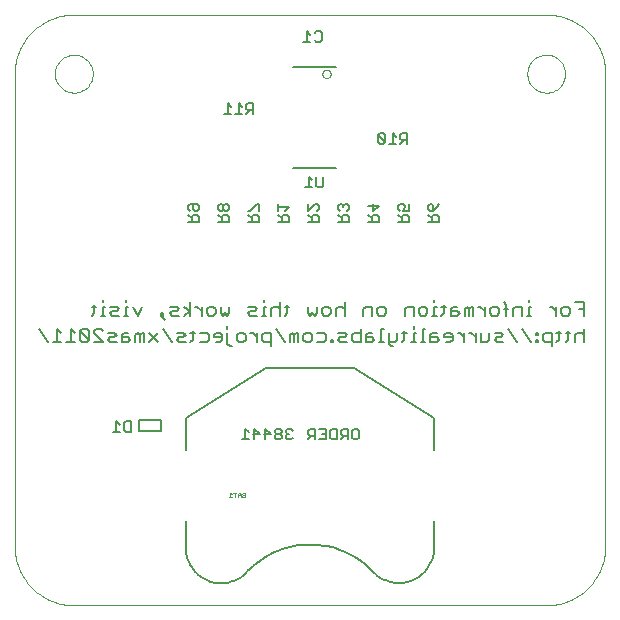
<source format=gbo>
G75*
G70*
%OFA0B0*%
%FSLAX24Y24*%
%IPPOS*%
%LPD*%
%AMOC8*
5,1,8,0,0,1.08239X$1,22.5*
%
%ADD10C,0.0000*%
%ADD11C,0.0050*%
%ADD12C,0.0060*%
%ADD13C,0.0080*%
%ADD14C,0.0010*%
%ADD15C,0.0020*%
D10*
X000655Y002624D02*
X000655Y018372D01*
X001994Y018372D02*
X001996Y018422D01*
X002002Y018472D01*
X002012Y018521D01*
X002026Y018569D01*
X002043Y018616D01*
X002064Y018661D01*
X002089Y018705D01*
X002117Y018746D01*
X002149Y018785D01*
X002183Y018822D01*
X002220Y018856D01*
X002260Y018886D01*
X002302Y018913D01*
X002346Y018937D01*
X002392Y018958D01*
X002439Y018974D01*
X002487Y018987D01*
X002537Y018996D01*
X002586Y019001D01*
X002637Y019002D01*
X002687Y018999D01*
X002736Y018992D01*
X002785Y018981D01*
X002833Y018966D01*
X002879Y018948D01*
X002924Y018926D01*
X002967Y018900D01*
X003008Y018871D01*
X003047Y018839D01*
X003083Y018804D01*
X003115Y018766D01*
X003145Y018726D01*
X003172Y018683D01*
X003195Y018639D01*
X003214Y018593D01*
X003230Y018545D01*
X003242Y018496D01*
X003250Y018447D01*
X003254Y018397D01*
X003254Y018347D01*
X003250Y018297D01*
X003242Y018248D01*
X003230Y018199D01*
X003214Y018151D01*
X003195Y018105D01*
X003172Y018061D01*
X003145Y018018D01*
X003115Y017978D01*
X003083Y017940D01*
X003047Y017905D01*
X003008Y017873D01*
X002967Y017844D01*
X002924Y017818D01*
X002879Y017796D01*
X002833Y017778D01*
X002785Y017763D01*
X002736Y017752D01*
X002687Y017745D01*
X002637Y017742D01*
X002586Y017743D01*
X002537Y017748D01*
X002487Y017757D01*
X002439Y017770D01*
X002392Y017786D01*
X002346Y017807D01*
X002302Y017831D01*
X002260Y017858D01*
X002220Y017888D01*
X002183Y017922D01*
X002149Y017959D01*
X002117Y017998D01*
X002089Y018039D01*
X002064Y018083D01*
X002043Y018128D01*
X002026Y018175D01*
X002012Y018223D01*
X002002Y018272D01*
X001996Y018322D01*
X001994Y018372D01*
X000655Y018372D02*
X000657Y018466D01*
X000664Y018559D01*
X000675Y018652D01*
X000691Y018745D01*
X000711Y018836D01*
X000735Y018927D01*
X000763Y019016D01*
X000796Y019104D01*
X000833Y019190D01*
X000874Y019274D01*
X000919Y019357D01*
X000968Y019437D01*
X001020Y019514D01*
X001076Y019589D01*
X001136Y019661D01*
X001199Y019731D01*
X001265Y019797D01*
X001335Y019860D01*
X001407Y019920D01*
X001482Y019976D01*
X001559Y020028D01*
X001639Y020077D01*
X001722Y020122D01*
X001806Y020163D01*
X001892Y020200D01*
X001980Y020233D01*
X002069Y020261D01*
X002160Y020285D01*
X002251Y020305D01*
X002344Y020321D01*
X002437Y020332D01*
X002530Y020339D01*
X002624Y020341D01*
X002624Y020340D02*
X018372Y020340D01*
X017742Y018372D02*
X017744Y018422D01*
X017750Y018472D01*
X017760Y018521D01*
X017774Y018569D01*
X017791Y018616D01*
X017812Y018661D01*
X017837Y018705D01*
X017865Y018746D01*
X017897Y018785D01*
X017931Y018822D01*
X017968Y018856D01*
X018008Y018886D01*
X018050Y018913D01*
X018094Y018937D01*
X018140Y018958D01*
X018187Y018974D01*
X018235Y018987D01*
X018285Y018996D01*
X018334Y019001D01*
X018385Y019002D01*
X018435Y018999D01*
X018484Y018992D01*
X018533Y018981D01*
X018581Y018966D01*
X018627Y018948D01*
X018672Y018926D01*
X018715Y018900D01*
X018756Y018871D01*
X018795Y018839D01*
X018831Y018804D01*
X018863Y018766D01*
X018893Y018726D01*
X018920Y018683D01*
X018943Y018639D01*
X018962Y018593D01*
X018978Y018545D01*
X018990Y018496D01*
X018998Y018447D01*
X019002Y018397D01*
X019002Y018347D01*
X018998Y018297D01*
X018990Y018248D01*
X018978Y018199D01*
X018962Y018151D01*
X018943Y018105D01*
X018920Y018061D01*
X018893Y018018D01*
X018863Y017978D01*
X018831Y017940D01*
X018795Y017905D01*
X018756Y017873D01*
X018715Y017844D01*
X018672Y017818D01*
X018627Y017796D01*
X018581Y017778D01*
X018533Y017763D01*
X018484Y017752D01*
X018435Y017745D01*
X018385Y017742D01*
X018334Y017743D01*
X018285Y017748D01*
X018235Y017757D01*
X018187Y017770D01*
X018140Y017786D01*
X018094Y017807D01*
X018050Y017831D01*
X018008Y017858D01*
X017968Y017888D01*
X017931Y017922D01*
X017897Y017959D01*
X017865Y017998D01*
X017837Y018039D01*
X017812Y018083D01*
X017791Y018128D01*
X017774Y018175D01*
X017760Y018223D01*
X017750Y018272D01*
X017744Y018322D01*
X017742Y018372D01*
X018372Y020341D02*
X018466Y020339D01*
X018559Y020332D01*
X018652Y020321D01*
X018745Y020305D01*
X018836Y020285D01*
X018927Y020261D01*
X019016Y020233D01*
X019104Y020200D01*
X019190Y020163D01*
X019274Y020122D01*
X019356Y020077D01*
X019437Y020028D01*
X019514Y019976D01*
X019589Y019920D01*
X019661Y019860D01*
X019731Y019797D01*
X019797Y019731D01*
X019860Y019661D01*
X019920Y019589D01*
X019976Y019514D01*
X020028Y019437D01*
X020077Y019356D01*
X020122Y019274D01*
X020163Y019190D01*
X020200Y019104D01*
X020233Y019016D01*
X020261Y018927D01*
X020285Y018836D01*
X020305Y018745D01*
X020321Y018652D01*
X020332Y018559D01*
X020339Y018466D01*
X020341Y018372D01*
X020340Y018372D02*
X020340Y002624D01*
X020341Y002624D02*
X020339Y002530D01*
X020332Y002437D01*
X020321Y002344D01*
X020305Y002251D01*
X020285Y002160D01*
X020261Y002069D01*
X020233Y001980D01*
X020200Y001892D01*
X020163Y001806D01*
X020122Y001722D01*
X020077Y001640D01*
X020028Y001559D01*
X019976Y001482D01*
X019920Y001407D01*
X019860Y001335D01*
X019797Y001265D01*
X019731Y001199D01*
X019661Y001136D01*
X019589Y001076D01*
X019514Y001020D01*
X019437Y000968D01*
X019357Y000919D01*
X019274Y000874D01*
X019190Y000833D01*
X019104Y000796D01*
X019016Y000763D01*
X018927Y000735D01*
X018836Y000711D01*
X018745Y000691D01*
X018652Y000675D01*
X018559Y000664D01*
X018466Y000657D01*
X018372Y000655D01*
X002624Y000655D01*
X002530Y000657D01*
X002437Y000664D01*
X002344Y000675D01*
X002251Y000691D01*
X002160Y000711D01*
X002069Y000735D01*
X001980Y000763D01*
X001892Y000796D01*
X001806Y000833D01*
X001722Y000874D01*
X001639Y000919D01*
X001559Y000968D01*
X001482Y001020D01*
X001407Y001076D01*
X001335Y001136D01*
X001265Y001199D01*
X001199Y001265D01*
X001136Y001335D01*
X001076Y001407D01*
X001020Y001482D01*
X000968Y001559D01*
X000919Y001640D01*
X000874Y001722D01*
X000833Y001806D01*
X000796Y001892D01*
X000763Y001980D01*
X000735Y002069D01*
X000711Y002160D01*
X000691Y002251D01*
X000675Y002344D01*
X000664Y002437D01*
X000657Y002530D01*
X000655Y002624D01*
D11*
X003922Y006442D02*
X004156Y006442D01*
X004039Y006442D02*
X004039Y006792D01*
X004156Y006675D01*
X004290Y006734D02*
X004290Y006500D01*
X004349Y006442D01*
X004524Y006442D01*
X004524Y006792D01*
X004349Y006792D01*
X004290Y006734D01*
X008214Y006180D02*
X008447Y006180D01*
X008330Y006180D02*
X008330Y006530D01*
X008447Y006414D01*
X008582Y006355D02*
X008815Y006355D01*
X008640Y006530D01*
X008640Y006180D01*
X008950Y006355D02*
X009184Y006355D01*
X009009Y006530D01*
X009009Y006180D01*
X009318Y006238D02*
X009318Y006297D01*
X009377Y006355D01*
X009494Y006355D01*
X009552Y006414D01*
X009552Y006472D01*
X009494Y006530D01*
X009377Y006530D01*
X009318Y006472D01*
X009318Y006414D01*
X009377Y006355D01*
X009494Y006355D02*
X009552Y006297D01*
X009552Y006238D01*
X009494Y006180D01*
X009377Y006180D01*
X009318Y006238D01*
X009687Y006238D02*
X009745Y006180D01*
X009862Y006180D01*
X009920Y006238D01*
X009804Y006355D02*
X009745Y006355D01*
X009687Y006297D01*
X009687Y006238D01*
X009745Y006355D02*
X009687Y006414D01*
X009687Y006472D01*
X009745Y006530D01*
X009862Y006530D01*
X009920Y006472D01*
X010423Y006472D02*
X010423Y006355D01*
X010482Y006297D01*
X010657Y006297D01*
X010540Y006297D02*
X010423Y006180D01*
X010657Y006180D02*
X010657Y006530D01*
X010482Y006530D01*
X010423Y006472D01*
X010792Y006530D02*
X011025Y006530D01*
X011025Y006180D01*
X010792Y006180D01*
X010908Y006355D02*
X011025Y006355D01*
X011160Y006238D02*
X011160Y006472D01*
X011218Y006530D01*
X011394Y006530D01*
X011394Y006180D01*
X011218Y006180D01*
X011160Y006238D01*
X011528Y006180D02*
X011645Y006297D01*
X011587Y006297D02*
X011762Y006297D01*
X011762Y006180D02*
X011762Y006530D01*
X011587Y006530D01*
X011528Y006472D01*
X011528Y006355D01*
X011587Y006297D01*
X011897Y006238D02*
X011897Y006472D01*
X011955Y006530D01*
X012072Y006530D01*
X012130Y006472D01*
X012130Y006238D01*
X012072Y006180D01*
X011955Y006180D01*
X011897Y006238D01*
X011780Y013430D02*
X011430Y013430D01*
X011547Y013430D02*
X011547Y013605D01*
X011605Y013664D01*
X011722Y013664D01*
X011780Y013605D01*
X011780Y013430D01*
X011547Y013547D02*
X011430Y013664D01*
X011488Y013798D02*
X011430Y013857D01*
X011430Y013974D01*
X011488Y014032D01*
X011547Y014032D01*
X011605Y013974D01*
X011605Y013915D01*
X011605Y013974D02*
X011664Y014032D01*
X011722Y014032D01*
X011780Y013974D01*
X011780Y013857D01*
X011722Y013798D01*
X012430Y013664D02*
X012547Y013547D01*
X012547Y013605D02*
X012547Y013430D01*
X012430Y013430D02*
X012780Y013430D01*
X012780Y013605D01*
X012722Y013664D01*
X012605Y013664D01*
X012547Y013605D01*
X012605Y013798D02*
X012605Y014032D01*
X012430Y013974D02*
X012780Y013974D01*
X012605Y013798D01*
X013430Y013857D02*
X013488Y013798D01*
X013430Y013857D02*
X013430Y013974D01*
X013488Y014032D01*
X013605Y014032D01*
X013664Y013974D01*
X013664Y013915D01*
X013605Y013798D01*
X013780Y013798D01*
X013780Y014032D01*
X013722Y013664D02*
X013605Y013664D01*
X013547Y013605D01*
X013547Y013430D01*
X013547Y013547D02*
X013430Y013664D01*
X013430Y013430D02*
X013780Y013430D01*
X013780Y013605D01*
X013722Y013664D01*
X014430Y013664D02*
X014547Y013547D01*
X014547Y013605D02*
X014547Y013430D01*
X014430Y013430D02*
X014780Y013430D01*
X014780Y013605D01*
X014722Y013664D01*
X014605Y013664D01*
X014547Y013605D01*
X014605Y013798D02*
X014488Y013798D01*
X014430Y013857D01*
X014430Y013974D01*
X014488Y014032D01*
X014547Y014032D01*
X014605Y013974D01*
X014605Y013798D01*
X014722Y013915D01*
X014780Y014032D01*
X013735Y016030D02*
X013735Y016380D01*
X013560Y016380D01*
X013502Y016322D01*
X013502Y016205D01*
X013560Y016147D01*
X013735Y016147D01*
X013618Y016147D02*
X013502Y016030D01*
X013367Y016030D02*
X013133Y016030D01*
X013250Y016030D02*
X013250Y016380D01*
X013367Y016264D01*
X012998Y016322D02*
X012998Y016088D01*
X012765Y016322D01*
X012765Y016088D01*
X012823Y016030D01*
X012940Y016030D01*
X012998Y016088D01*
X012998Y016322D02*
X012940Y016380D01*
X012823Y016380D01*
X012765Y016322D01*
X010942Y014930D02*
X010942Y014638D01*
X010883Y014580D01*
X010767Y014580D01*
X010708Y014638D01*
X010708Y014930D01*
X010573Y014814D02*
X010457Y014930D01*
X010457Y014580D01*
X010573Y014580D02*
X010340Y014580D01*
X010430Y014032D02*
X010430Y013798D01*
X010664Y014032D01*
X010722Y014032D01*
X010780Y013974D01*
X010780Y013857D01*
X010722Y013798D01*
X010722Y013664D02*
X010605Y013664D01*
X010547Y013605D01*
X010547Y013430D01*
X010547Y013547D02*
X010430Y013664D01*
X010430Y013430D02*
X010780Y013430D01*
X010780Y013605D01*
X010722Y013664D01*
X009780Y013605D02*
X009780Y013430D01*
X009430Y013430D01*
X009547Y013430D02*
X009547Y013605D01*
X009605Y013664D01*
X009722Y013664D01*
X009780Y013605D01*
X009664Y013798D02*
X009780Y013915D01*
X009430Y013915D01*
X009430Y013798D02*
X009430Y014032D01*
X009430Y013664D02*
X009547Y013547D01*
X008780Y013605D02*
X008780Y013430D01*
X008430Y013430D01*
X008547Y013430D02*
X008547Y013605D01*
X008605Y013664D01*
X008722Y013664D01*
X008780Y013605D01*
X008780Y013798D02*
X008780Y014032D01*
X008722Y014032D01*
X008488Y013798D01*
X008430Y013798D01*
X008430Y013664D02*
X008547Y013547D01*
X007780Y013605D02*
X007780Y013430D01*
X007430Y013430D01*
X007547Y013430D02*
X007547Y013605D01*
X007605Y013664D01*
X007722Y013664D01*
X007780Y013605D01*
X007722Y013798D02*
X007664Y013798D01*
X007605Y013857D01*
X007605Y013974D01*
X007547Y014032D01*
X007488Y014032D01*
X007430Y013974D01*
X007430Y013857D01*
X007488Y013798D01*
X007547Y013798D01*
X007605Y013857D01*
X007605Y013974D02*
X007664Y014032D01*
X007722Y014032D01*
X007780Y013974D01*
X007780Y013857D01*
X007722Y013798D01*
X007547Y013547D02*
X007430Y013664D01*
X006780Y013605D02*
X006780Y013430D01*
X006430Y013430D01*
X006547Y013430D02*
X006547Y013605D01*
X006605Y013664D01*
X006722Y013664D01*
X006780Y013605D01*
X006722Y013798D02*
X006664Y013798D01*
X006605Y013857D01*
X006605Y014032D01*
X006488Y014032D02*
X006722Y014032D01*
X006780Y013974D01*
X006780Y013857D01*
X006722Y013798D01*
X006488Y013798D02*
X006430Y013857D01*
X006430Y013974D01*
X006488Y014032D01*
X006430Y013664D02*
X006547Y013547D01*
X007640Y017030D02*
X007873Y017030D01*
X007757Y017030D02*
X007757Y017380D01*
X007873Y017264D01*
X008008Y017030D02*
X008242Y017030D01*
X008125Y017030D02*
X008125Y017380D01*
X008242Y017264D01*
X008377Y017322D02*
X008377Y017205D01*
X008435Y017147D01*
X008610Y017147D01*
X008493Y017147D02*
X008377Y017030D01*
X008610Y017030D02*
X008610Y017380D01*
X008435Y017380D01*
X008377Y017322D01*
X010278Y019430D02*
X010512Y019430D01*
X010395Y019430D02*
X010395Y019780D01*
X010512Y019664D01*
X010647Y019722D02*
X010705Y019780D01*
X010822Y019780D01*
X010880Y019722D01*
X010880Y019488D01*
X010822Y019430D01*
X010705Y019430D01*
X010647Y019488D01*
D12*
X009945Y018585D02*
X011365Y018585D01*
X011365Y015225D02*
X009945Y015225D01*
X008964Y010824D02*
X008964Y010750D01*
X008964Y010604D02*
X008964Y010310D01*
X009037Y010310D02*
X008890Y010310D01*
X008730Y010310D02*
X008510Y010310D01*
X008437Y010384D01*
X008510Y010457D01*
X008657Y010457D01*
X008730Y010530D01*
X008657Y010604D01*
X008437Y010604D01*
X008964Y010604D02*
X009037Y010604D01*
X009204Y010530D02*
X009204Y010310D01*
X009204Y010530D02*
X009277Y010604D01*
X009424Y010604D01*
X009497Y010530D01*
X009658Y010604D02*
X009804Y010604D01*
X009731Y010677D02*
X009731Y010384D01*
X009658Y010310D01*
X009497Y010310D02*
X009497Y010750D01*
X009357Y009875D02*
X009651Y009435D01*
X009818Y009435D02*
X009818Y009655D01*
X009891Y009729D01*
X009964Y009655D01*
X009964Y009435D01*
X010111Y009435D02*
X010111Y009729D01*
X010038Y009729D01*
X009964Y009655D01*
X010278Y009655D02*
X010278Y009509D01*
X010351Y009435D01*
X010498Y009435D01*
X010572Y009509D01*
X010572Y009655D01*
X010498Y009729D01*
X010351Y009729D01*
X010278Y009655D01*
X010738Y009729D02*
X010959Y009729D01*
X011032Y009655D01*
X011032Y009509D01*
X010959Y009435D01*
X010738Y009435D01*
X011189Y009435D02*
X011262Y009435D01*
X011262Y009509D01*
X011189Y009509D01*
X011189Y009435D01*
X011429Y009509D02*
X011502Y009582D01*
X011649Y009582D01*
X011722Y009655D01*
X011649Y009729D01*
X011429Y009729D01*
X011429Y009509D02*
X011502Y009435D01*
X011722Y009435D01*
X011889Y009509D02*
X011889Y009655D01*
X011963Y009729D01*
X012183Y009729D01*
X012183Y009875D02*
X012183Y009435D01*
X011963Y009435D01*
X011889Y009509D01*
X012350Y009582D02*
X012570Y009582D01*
X012643Y009509D01*
X012570Y009435D01*
X012350Y009435D01*
X012350Y009655D01*
X012423Y009729D01*
X012570Y009729D01*
X012877Y009875D02*
X012877Y009435D01*
X012950Y009435D02*
X012803Y009435D01*
X013117Y009435D02*
X013337Y009435D01*
X013410Y009509D01*
X013410Y009729D01*
X013571Y009729D02*
X013717Y009729D01*
X013644Y009802D02*
X013644Y009509D01*
X013571Y009435D01*
X013877Y009435D02*
X014024Y009435D01*
X013951Y009435D02*
X013951Y009729D01*
X014024Y009729D01*
X013951Y009875D02*
X013951Y009949D01*
X014258Y009875D02*
X014258Y009435D01*
X014331Y009435D02*
X014184Y009435D01*
X014498Y009435D02*
X014498Y009655D01*
X014571Y009729D01*
X014718Y009729D01*
X014718Y009582D02*
X014498Y009582D01*
X014498Y009435D02*
X014718Y009435D01*
X014791Y009509D01*
X014718Y009582D01*
X014958Y009582D02*
X015252Y009582D01*
X015252Y009655D02*
X015178Y009729D01*
X015032Y009729D01*
X014958Y009655D01*
X014958Y009582D01*
X015032Y009435D02*
X015178Y009435D01*
X015252Y009509D01*
X015252Y009655D01*
X015415Y009729D02*
X015489Y009729D01*
X015635Y009582D01*
X015635Y009435D02*
X015635Y009729D01*
X015799Y009729D02*
X015872Y009729D01*
X016019Y009582D01*
X016019Y009435D02*
X016019Y009729D01*
X016186Y009729D02*
X016186Y009435D01*
X016406Y009435D01*
X016479Y009509D01*
X016479Y009729D01*
X016646Y009729D02*
X016866Y009729D01*
X016940Y009655D01*
X016866Y009582D01*
X016720Y009582D01*
X016646Y009509D01*
X016720Y009435D01*
X016940Y009435D01*
X017400Y009435D02*
X017107Y009875D01*
X017020Y010310D02*
X017020Y010677D01*
X016946Y010750D01*
X016946Y010530D02*
X017093Y010530D01*
X017260Y010530D02*
X017260Y010310D01*
X017260Y010530D02*
X017333Y010604D01*
X017554Y010604D01*
X017554Y010310D01*
X017714Y010310D02*
X017860Y010310D01*
X017787Y010310D02*
X017787Y010604D01*
X017860Y010604D01*
X017787Y010750D02*
X017787Y010824D01*
X018484Y010604D02*
X018558Y010604D01*
X018704Y010457D01*
X018704Y010310D02*
X018704Y010604D01*
X018871Y010530D02*
X018871Y010384D01*
X018945Y010310D01*
X019091Y010310D01*
X019165Y010384D01*
X019165Y010530D01*
X019091Y010604D01*
X018945Y010604D01*
X018871Y010530D01*
X019332Y010750D02*
X019625Y010750D01*
X019625Y010310D01*
X019625Y010530D02*
X019478Y010530D01*
X019625Y009875D02*
X019625Y009435D01*
X019625Y009655D02*
X019552Y009729D01*
X019405Y009729D01*
X019332Y009655D01*
X019332Y009435D01*
X019091Y009509D02*
X019018Y009435D01*
X019091Y009509D02*
X019091Y009802D01*
X019165Y009729D02*
X019018Y009729D01*
X018858Y009729D02*
X018711Y009729D01*
X018784Y009802D02*
X018784Y009509D01*
X018711Y009435D01*
X018551Y009435D02*
X018331Y009435D01*
X018257Y009509D01*
X018257Y009655D01*
X018331Y009729D01*
X018551Y009729D01*
X018551Y009288D01*
X018091Y009435D02*
X018091Y009509D01*
X018017Y009509D01*
X018017Y009435D01*
X018091Y009435D01*
X018091Y009655D02*
X018091Y009729D01*
X018017Y009729D01*
X018017Y009655D01*
X018091Y009655D01*
X017860Y009435D02*
X017567Y009875D01*
X016786Y010384D02*
X016713Y010310D01*
X016566Y010310D01*
X016493Y010384D01*
X016493Y010530D01*
X016566Y010604D01*
X016713Y010604D01*
X016786Y010530D01*
X016786Y010384D01*
X016326Y010457D02*
X016179Y010604D01*
X016106Y010604D01*
X015942Y010604D02*
X015942Y010310D01*
X015796Y010310D02*
X015796Y010530D01*
X015722Y010604D01*
X015649Y010530D01*
X015649Y010310D01*
X015482Y010384D02*
X015409Y010457D01*
X015188Y010457D01*
X015188Y010530D02*
X015188Y010310D01*
X015409Y010310D01*
X015482Y010384D01*
X015409Y010604D02*
X015262Y010604D01*
X015188Y010530D01*
X015022Y010604D02*
X014875Y010604D01*
X014948Y010677D02*
X014948Y010384D01*
X014875Y010310D01*
X014715Y010310D02*
X014568Y010310D01*
X014641Y010310D02*
X014641Y010604D01*
X014715Y010604D01*
X014641Y010750D02*
X014641Y010824D01*
X014408Y010530D02*
X014334Y010604D01*
X014188Y010604D01*
X014114Y010530D01*
X014114Y010384D01*
X014188Y010310D01*
X014334Y010310D01*
X014408Y010384D01*
X014408Y010530D01*
X013947Y010604D02*
X013947Y010310D01*
X013947Y010604D02*
X013727Y010604D01*
X013654Y010530D01*
X013654Y010310D01*
X013027Y010384D02*
X012953Y010310D01*
X012807Y010310D01*
X012733Y010384D01*
X012733Y010530D01*
X012807Y010604D01*
X012953Y010604D01*
X013027Y010530D01*
X013027Y010384D01*
X012566Y010310D02*
X012566Y010604D01*
X012346Y010604D01*
X012273Y010530D01*
X012273Y010310D01*
X011646Y010310D02*
X011646Y010750D01*
X011572Y010604D02*
X011426Y010604D01*
X011352Y010530D01*
X011352Y010310D01*
X011185Y010384D02*
X011185Y010530D01*
X011112Y010604D01*
X010965Y010604D01*
X010892Y010530D01*
X010892Y010384D01*
X010965Y010310D01*
X011112Y010310D01*
X011185Y010384D01*
X011572Y010604D02*
X011646Y010530D01*
X010725Y010604D02*
X010725Y010384D01*
X010652Y010310D01*
X010578Y010384D01*
X010505Y010310D01*
X010431Y010384D01*
X010431Y010604D01*
X009191Y009729D02*
X009191Y009288D01*
X009191Y009435D02*
X008970Y009435D01*
X008897Y009509D01*
X008897Y009655D01*
X008970Y009729D01*
X009191Y009729D01*
X008730Y009729D02*
X008730Y009435D01*
X008730Y009582D02*
X008583Y009729D01*
X008510Y009729D01*
X008347Y009655D02*
X008347Y009509D01*
X008273Y009435D01*
X008126Y009435D01*
X008053Y009509D01*
X008053Y009655D01*
X008126Y009729D01*
X008273Y009729D01*
X008347Y009655D01*
X007886Y009288D02*
X007813Y009288D01*
X007739Y009362D01*
X007739Y009729D01*
X007739Y009875D02*
X007739Y009949D01*
X007506Y009729D02*
X007359Y009729D01*
X007286Y009655D01*
X007286Y009582D01*
X007579Y009582D01*
X007579Y009655D02*
X007506Y009729D01*
X007579Y009655D02*
X007579Y009509D01*
X007506Y009435D01*
X007359Y009435D01*
X007119Y009509D02*
X007119Y009655D01*
X007046Y009729D01*
X006825Y009729D01*
X006659Y009729D02*
X006512Y009729D01*
X006585Y009802D02*
X006585Y009509D01*
X006512Y009435D01*
X006352Y009435D02*
X006132Y009435D01*
X006058Y009509D01*
X006132Y009582D01*
X006278Y009582D01*
X006352Y009655D01*
X006278Y009729D01*
X006058Y009729D01*
X005891Y009435D02*
X005598Y009875D01*
X005431Y009729D02*
X005137Y009435D01*
X004971Y009435D02*
X004971Y009729D01*
X004897Y009729D01*
X004824Y009655D01*
X004751Y009729D01*
X004677Y009655D01*
X004677Y009435D01*
X004824Y009435D02*
X004824Y009655D01*
X005137Y009729D02*
X005431Y009435D01*
X005661Y010163D02*
X005514Y010310D01*
X005588Y010310D01*
X005588Y010384D01*
X005514Y010384D01*
X005514Y010310D01*
X005828Y010384D02*
X005901Y010457D01*
X006048Y010457D01*
X006121Y010530D01*
X006048Y010604D01*
X005828Y010604D01*
X005828Y010384D02*
X005901Y010310D01*
X006121Y010310D01*
X006285Y010310D02*
X006505Y010457D01*
X006285Y010604D01*
X006505Y010750D02*
X006505Y010310D01*
X006669Y010604D02*
X006742Y010604D01*
X006889Y010457D01*
X006889Y010310D02*
X006889Y010604D01*
X007056Y010530D02*
X007129Y010604D01*
X007276Y010604D01*
X007349Y010530D01*
X007349Y010384D01*
X007276Y010310D01*
X007129Y010310D01*
X007056Y010384D01*
X007056Y010530D01*
X007516Y010604D02*
X007516Y010384D01*
X007589Y010310D01*
X007663Y010384D01*
X007736Y010310D01*
X007809Y010384D01*
X007809Y010604D01*
X007119Y009509D02*
X007046Y009435D01*
X006825Y009435D01*
X004747Y010310D02*
X004894Y010604D01*
X004600Y010604D02*
X004747Y010310D01*
X004434Y010310D02*
X004287Y010310D01*
X004360Y010310D02*
X004360Y010604D01*
X004434Y010604D01*
X004360Y010750D02*
X004360Y010824D01*
X004127Y010530D02*
X004053Y010604D01*
X003833Y010604D01*
X003906Y010457D02*
X004053Y010457D01*
X004127Y010530D01*
X004127Y010310D02*
X003906Y010310D01*
X003833Y010384D01*
X003906Y010457D01*
X003666Y010604D02*
X003593Y010604D01*
X003593Y010310D01*
X003666Y010310D02*
X003520Y010310D01*
X003286Y010384D02*
X003213Y010310D01*
X003286Y010384D02*
X003286Y010677D01*
X003359Y010604D02*
X003213Y010604D01*
X003593Y010750D02*
X003593Y010824D01*
X003516Y009875D02*
X003590Y009802D01*
X003516Y009875D02*
X003369Y009875D01*
X003296Y009802D01*
X003296Y009729D01*
X003590Y009435D01*
X003296Y009435D01*
X003129Y009509D02*
X002836Y009802D01*
X002836Y009509D01*
X002909Y009435D01*
X003056Y009435D01*
X003129Y009509D01*
X003129Y009802D01*
X003056Y009875D01*
X002909Y009875D01*
X002836Y009802D01*
X002669Y009729D02*
X002522Y009875D01*
X002522Y009435D01*
X002669Y009435D02*
X002375Y009435D01*
X002209Y009435D02*
X001915Y009435D01*
X002062Y009435D02*
X002062Y009875D01*
X002209Y009729D01*
X001748Y009435D02*
X001455Y009875D01*
X003756Y009729D02*
X003977Y009729D01*
X004050Y009655D01*
X003977Y009582D01*
X003830Y009582D01*
X003756Y009509D01*
X003830Y009435D01*
X004050Y009435D01*
X004217Y009435D02*
X004217Y009655D01*
X004290Y009729D01*
X004437Y009729D01*
X004437Y009582D02*
X004217Y009582D01*
X004217Y009435D02*
X004437Y009435D01*
X004510Y009509D01*
X004437Y009582D01*
X004792Y006836D02*
X005518Y006836D01*
X005518Y006474D01*
X004792Y006474D01*
X004792Y006836D01*
X012877Y009875D02*
X012950Y009875D01*
X013117Y009729D02*
X013117Y009362D01*
X013190Y009288D01*
X013264Y009288D01*
X014258Y009875D02*
X014331Y009875D01*
X015796Y010530D02*
X015869Y010604D01*
X015942Y010604D01*
X016326Y010604D02*
X016326Y010310D01*
D13*
X014631Y006899D02*
X014631Y005836D01*
X014631Y006899D02*
X011954Y008553D01*
X009041Y008553D01*
X006364Y006899D01*
X006364Y005836D01*
X006364Y003474D02*
X006364Y002569D01*
X006364Y002568D02*
X006365Y002501D01*
X006370Y002433D01*
X006379Y002366D01*
X006391Y002299D01*
X006408Y002234D01*
X006428Y002169D01*
X006452Y002106D01*
X006480Y002044D01*
X006511Y001984D01*
X006546Y001925D01*
X006584Y001869D01*
X006625Y001815D01*
X006669Y001764D01*
X006716Y001715D01*
X006766Y001669D01*
X006818Y001626D01*
X006873Y001587D01*
X006930Y001550D01*
X006989Y001517D01*
X007050Y001487D01*
X007113Y001461D01*
X007177Y001438D01*
X007242Y001420D01*
X007308Y001405D01*
X007375Y001394D01*
X007442Y001386D01*
X007510Y001383D01*
X007578Y001384D01*
X007645Y001388D01*
X007712Y001397D01*
X007779Y001409D01*
X007845Y001426D01*
X007910Y001446D01*
X007973Y001469D01*
X008035Y001497D01*
X008095Y001528D01*
X008154Y001562D01*
X008210Y001600D01*
X008264Y001641D01*
X008316Y001685D01*
X008364Y001732D01*
X008411Y001781D01*
X008411Y001780D02*
X008509Y001879D01*
X008612Y001972D01*
X008719Y002061D01*
X008831Y002144D01*
X008946Y002222D01*
X009064Y002294D01*
X009187Y002360D01*
X009312Y002421D01*
X009440Y002475D01*
X009570Y002523D01*
X009703Y002565D01*
X009837Y002600D01*
X009973Y002629D01*
X010110Y002651D01*
X010248Y002666D01*
X010387Y002675D01*
X010526Y002677D01*
X010665Y002672D01*
X010803Y002661D01*
X010941Y002643D01*
X011078Y002618D01*
X011213Y002587D01*
X011347Y002549D01*
X011479Y002505D01*
X011608Y002455D01*
X011735Y002398D01*
X011859Y002335D01*
X011980Y002267D01*
X012097Y002193D01*
X012211Y002113D01*
X012321Y002027D01*
X012426Y001937D01*
X012527Y001841D01*
X012623Y001741D01*
X012584Y001781D02*
X012631Y001733D01*
X012680Y001687D01*
X012732Y001645D01*
X012787Y001605D01*
X012843Y001569D01*
X012901Y001536D01*
X012962Y001506D01*
X013023Y001480D01*
X013087Y001457D01*
X013151Y001438D01*
X013216Y001423D01*
X013282Y001411D01*
X013349Y001404D01*
X013416Y001400D01*
X013483Y001399D01*
X013550Y001403D01*
X013617Y001410D01*
X013683Y001422D01*
X013748Y001437D01*
X013813Y001455D01*
X013876Y001478D01*
X013938Y001503D01*
X013999Y001533D01*
X014057Y001566D01*
X014114Y001602D01*
X014168Y001641D01*
X014220Y001683D01*
X014270Y001728D01*
X014317Y001776D01*
X014361Y001826D01*
X014403Y001879D01*
X014441Y001934D01*
X014476Y001992D01*
X014508Y002051D01*
X014536Y002112D01*
X014561Y002174D01*
X014582Y002238D01*
X014599Y002303D01*
X014613Y002368D01*
X014623Y002435D01*
X014630Y002501D01*
X014632Y002568D01*
X014631Y002569D02*
X014631Y003474D01*
D14*
X008332Y004250D02*
X008257Y004250D01*
X008232Y004275D01*
X008232Y004300D01*
X008257Y004325D01*
X008332Y004325D01*
X008332Y004250D02*
X008332Y004400D01*
X008257Y004400D01*
X008232Y004375D01*
X008232Y004350D01*
X008257Y004325D01*
X008185Y004325D02*
X008085Y004325D01*
X008085Y004350D02*
X008085Y004250D01*
X007987Y004250D02*
X007987Y004400D01*
X008037Y004400D02*
X007937Y004400D01*
X007890Y004350D02*
X007840Y004400D01*
X007840Y004250D01*
X007890Y004250D02*
X007790Y004250D01*
X008085Y004350D02*
X008135Y004400D01*
X008185Y004350D01*
X008185Y004250D01*
D15*
X010905Y018365D02*
X010907Y018388D01*
X010913Y018410D01*
X010922Y018432D01*
X010935Y018451D01*
X010950Y018468D01*
X010968Y018482D01*
X010989Y018493D01*
X011011Y018501D01*
X011033Y018505D01*
X011057Y018505D01*
X011079Y018501D01*
X011101Y018493D01*
X011122Y018482D01*
X011140Y018468D01*
X011155Y018451D01*
X011168Y018432D01*
X011177Y018410D01*
X011183Y018388D01*
X011185Y018365D01*
X011183Y018342D01*
X011177Y018320D01*
X011168Y018298D01*
X011155Y018279D01*
X011140Y018262D01*
X011122Y018248D01*
X011101Y018237D01*
X011079Y018229D01*
X011057Y018225D01*
X011033Y018225D01*
X011011Y018229D01*
X010989Y018237D01*
X010968Y018248D01*
X010950Y018262D01*
X010935Y018279D01*
X010922Y018298D01*
X010913Y018320D01*
X010907Y018342D01*
X010905Y018365D01*
M02*

</source>
